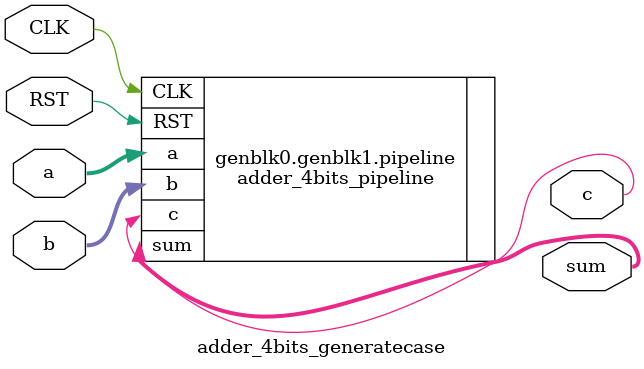
<source format=v>
/***********************************************
Module Name:   top_adder_4bits_generatecase
Feature:       4 bits adder in combined or pipeline structure 
               which is selsected by generate
               Three adders in with 200 MHz clock and 50 MHz clock
Coder:         Garfield
Organization:  XXXX Group, Department of Architecture
------------------------------------------------------
Input ports:   a, b, 4 bits, operent
               CLK, 1bit clock
               RST, 1 bit, reset
Output Ports:  sum1, sum2, 4 bits, sum
               c1,c2, 1 bit, carry bit
------------------------------------------------------
History:
02-05-2016: First Version by Garfield
02-05-2016: First verified by Adder_4bits_generatecase_test  ISE/Modelsim
***********************************************/
`define FREQUENCY1 200
`define FREQUENCY2 50
//If CLOCK_FREQUENCY is greater than HIGH_SPEED,
//the adder should be designed in pipeline

module top_adder_4bits_generatecase
//Clock frequency in unit of MHz
  ( 
    input[3:0] a, b,
    input CLK1, CLK2, input RST,
    output[3:0] sum_HH, sum_HL, sum_LH, sum_LL,
    output c_HH, c_HL, c_LH, c_LL
  );
//Load other module(s)
adder_4bits_generatecase #(.CLOCK_FREQNENCY(`FREQUENCY1), .HIGH_CHIP(1) )      
A_HH ( .a(a), .b(b),.CLK(CLK1), .RST(RST), .sum(sum_HH), .c(c_HH));

adder_4bits_generatecase #(.CLOCK_FREQNENCY(`FREQUENCY1), .HIGH_CHIP(0) )      
A_HL ( .a(a), .b(b),.CLK(CLK1), .RST(RST), .sum(sum_HL), .c(c_HL));

adder_4bits_generatecase #(.CLOCK_FREQNENCY(`FREQUENCY2), .HIGH_CHIP(1) )     
A_LH ( .a(a), .b(b),.CLK(CLK2), .RST(RST), .sum(sum_LH), .c(c_LH));

adder_4bits_generatecase #(.CLOCK_FREQNENCY(`FREQUENCY2), .HIGH_CHIP(0) )     
A_LL ( .a(a), .b(b),.CLK(CLK2), .RST(RST), .sum(sum_LL), .c(c_LL));
//Definition for Variables in the module

//Logical
endmodule

/***********************************************
Module Name:   adder_4bits_generatecase
Feature:       4 bits adder in combined or pipeline structure 
               which is selsected by generate
Coder:         Garfield
Organization:  XXXX Group, Department of Architecture
------------------------------------------------------
Input ports:   a, b, 4 bits, operent
               CLK, 1bit clock
               RST, 1 bit, reset
Output Ports:  sum, 4 bits, sum
               c, 1 bit, carry bit
------------------------------------------------------
History:
02-05-2016: First Version by Garfield
02-05-2016: First verified by Adder_4bits_generateif_test  ISE/Modelsim
***********************************************/
`define HIGH_SPEED  150
//If CLOCK_FREQUENCY is greater than HIGH_SPEED,
//the adder should be designed in pipeline

module adder_4bits_generatecase
//Clock frequency in unit of MHz
  ( 
    input[3:0] a, b,
    input CLK, input RST,
    output[3:0] sum,
    output c
  );
parameter[8:0] CLOCK_FREQNENCY = 100;
parameter[0:0] HIGH_CHIP = 0;
localparam[0:0] HIGH_CLOCK = (CLOCK_FREQNENCY > `HIGH_SPEED);
//Load other module(s)
generate
begin
    case ( {HIGH_CLOCK , HIGH_CHIP} )
    2'b11:
    //High clock frequency or low quality chip
    //Pipeline select
    begin
        adder_4bits_pipeline pipeline( .a(a), .b(b),
                       .CLK(CLK), .RST(RST),
                       .sum(sum), .c(c));
    end
    
    2'b10:
    //Low quality chips,pipeline selected
    begin
        adder_4bits_pipeline pipeline( .a(a), .b(b),
                       .CLK(CLK), .RST(RST),
                       .sum(sum), .c(c));        
    end    
    
    2'b00:
    //Low quality chips, pipeline selected
    begin
        adder_4bits_pipeline pipeline( .a(a), .b(b),
                       .CLK(CLK), .RST(RST),
                       .sum(sum), .c(c));        
    end
    
   
    2'b01:
    //others. combined logic
    begin
        adder_4bits combine(.a(a), .b(b),
                       .sum(sum), .c(c));        
    end
    
  endcase
end
endgenerate

//Definition for Variables in the module

//Logical
endmodule
</source>
